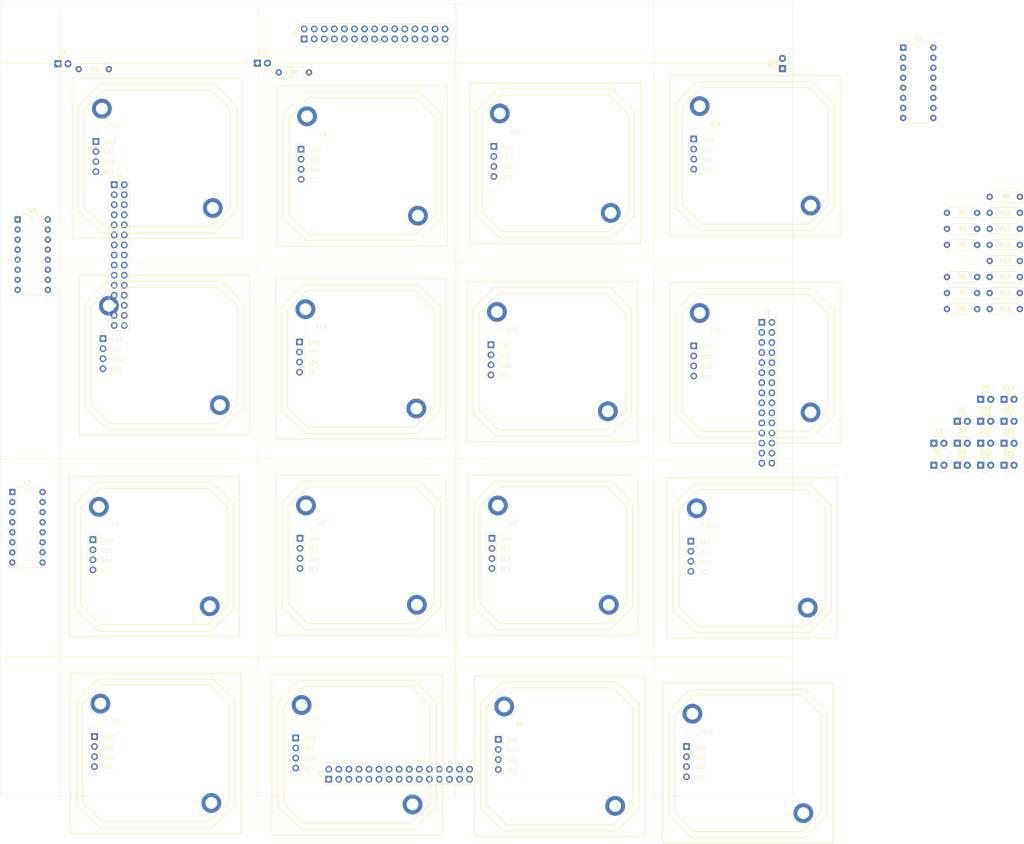
<source format=kicad_pcb>
(kicad_pcb (version 20221018) (generator pcbnew)
  (layers (0 "F.Cu" signal) (31 "B.Cu" signal) (34 "B.Paste" user) (35 "F.Paste" user) (36 "B.SilkS" user "B.Silkscreen") (37 "F.SilkS" user "F.Silkscreen") (38 "B.Mask" user) (39 "F.Mask" user) (44 "Edge.Cuts" user))
  (net 0 "")
  (net 195 "Net-(D1-A)")
  (net 197 "Net-(D2-A)")
  (net 199 "Net-(D3-A)")
  (net 201 "Net-(D4-A)")
  (net 203 "Net-(D5-A)")
  (net 205 "Net-(D6-A)")
  (net 207 "Net-(D7-A)")
  (net 209 "Net-(D8-A)")
  (net 211 "Net-(D9-A)")
  (net 213 "Net-(D10-A)")
  (net 215 "Net-(D11-A)")
  (net 217 "Net-(D12-A)")
  (net 219 "Net-(D13-A)")
  (net 221 "Net-(D14-A)")
  (net 223 "Net-(D15-A)")
  (net 225 "Net-(D16-A)")
  (net 226 "Net-(U1-QB)")
  (net 227 "Net-(U1-QC)")
  (net 228 "Net-(U1-QD)")
  (net 229 "Net-(U1-QE)")
  (net 230 "Net-(U1-QF)")
  (net 231 "Net-(U1-QG)")
  (net 232 "Net-(U1-QA)")
  (footprint "DZEM:R_Axial_DIN0207_L6.3mm_D2.5mm_P7.62mm_Horizontal" (layer "F.Cu") (at 300.55 98.6)
    (fp_text reference "R15" (at 3.97 0.05) (layer "F.SilkS"))
    (fp_text value "R")
    (pad "1" thru_hole circle (at 0 0) (size 1.6 1.6) (drill 0.8) (layers "*.Cu" "*.Mask"))
    (pad "2" thru_hole oval (at 7.62 0) (size 1.6 1.6) (drill 0.8) (layers "*.Cu" "*.Mask") (net 223 "Net-(D15-A)"))
  )
  (footprint "DZEM:R_Axial_DIN0207_L6.3mm_D2.5mm_P7.62mm_Horizontal" (layer "F.Cu") (at 289.78 86.45)
    (fp_text reference "R4" (at 3.97 0.05) (layer "F.SilkS"))
    (fp_text value "R")
    (pad "1" thru_hole circle (at 0 0) (size 1.6 1.6) (drill 0.8) (layers "*.Cu" "*.Mask"))
    (pad "2" thru_hole oval (at 7.62 0) (size 1.6 1.6) (drill 0.8) (layers "*.Cu" "*.Mask") (net 201 "Net-(D4-A)"))
  )
  (footprint "LED_THT:LED_D3.0mm" (layer "F.Cu") (at 298.28 142.09)
    (fp_text reference "D12" (at 1.27 -2.96) (layer "F.SilkS"))
    (fp_text value "LED")
    (pad "1" thru_hole rect (at 0 0) (size 1.8 1.8) (drill 0.9) (layers "*.Cu" "*.Mask"))
    (pad "2" thru_hole circle (at 2.54 0) (size 1.8 1.8) (drill 0.9) (layers "*.Cu" "*.Mask") (net 217 "Net-(D12-A)"))
  )
  (footprint "DZEM:R_Axial_DIN0207_L6.3mm_D2.5mm_P7.62mm_Horizontal" (layer "F.Cu") (at 289.78 98.6)
    (fp_text reference "R7" (at 3.97 0.05) (layer "F.SilkS"))
    (fp_text value "R")
    (pad "1" thru_hole circle (at 0 0) (size 1.6 1.6) (drill 0.8) (layers "*.Cu" "*.Mask"))
    (pad "2" thru_hole oval (at 7.62 0) (size 1.6 1.6) (drill 0.8) (layers "*.Cu" "*.Mask") (net 207 "Net-(D7-A)"))
  )
  (footprint "DZEM:R_Axial_DIN0207_L6.3mm_D2.5mm_P7.62mm_Horizontal" (layer "F.Cu") (at 289.78 102.65)
    (fp_text reference "R8" (at 3.97 0.05) (layer "F.SilkS"))
    (fp_text value "R")
    (pad "1" thru_hole circle (at 0 0) (size 1.6 1.6) (drill 0.8) (layers "*.Cu" "*.Mask"))
    (pad "2" thru_hole oval (at 7.62 0) (size 1.6 1.6) (drill 0.8) (layers "*.Cu" "*.Mask") (net 209 "Net-(D8-A)"))
  )
  (footprint "DZEM:R_Axial_DIN0207_L6.3mm_D2.5mm_P7.62mm_Horizontal" (layer "F.Cu") (at 300.55 102.65)
    (fp_text reference "R16" (at 3.97 0.05) (layer "F.SilkS"))
    (fp_text value "R")
    (pad "1" thru_hole circle (at 0 0) (size 1.6 1.6) (drill 0.8) (layers "*.Cu" "*.Mask"))
    (pad "2" thru_hole oval (at 7.62 0) (size 1.6 1.6) (drill 0.8) (layers "*.Cu" "*.Mask") (net 225 "Net-(D16-A)"))
  )
  (footprint "DZEM:R_Axial_DIN0207_L6.3mm_D2.5mm_P7.62mm_Horizontal" (layer "F.Cu") (at 289.78 78.35)
    (fp_text reference "R2" (at 3.97 0.05) (layer "F.SilkS"))
    (fp_text value "R")
    (pad "1" thru_hole circle (at 0 0) (size 1.6 1.6) (drill 0.8) (layers "*.Cu" "*.Mask"))
    (pad "2" thru_hole oval (at 7.62 0) (size 1.6 1.6) (drill 0.8) (layers "*.Cu" "*.Mask") (net 197 "Net-(D2-A)"))
  )
  (footprint "LED_THT:LED_D3.0mm" (layer "F.Cu") (at 304.18 125.44)
    (fp_text reference "D13" (at 1.27 -2.96) (layer "F.SilkS"))
    (fp_text value "LED")
    (pad "1" thru_hole rect (at 0 0) (size 1.8 1.8) (drill 0.9) (layers "*.Cu" "*.Mask"))
    (pad "2" thru_hole circle (at 2.54 0) (size 1.8 1.8) (drill 0.9) (layers "*.Cu" "*.Mask") (net 219 "Net-(D13-A)"))
  )
  (footprint "DZEM:PN532_NFC_module_v3" (layer "F.Cu") (at 120.75 46.27)
    (fp_text reference "A9" (at 11.43 12.192 unlocked) (layer "F.SilkS") (effects (font (thickness 0.1))))
    (fp_text value "~")
    (fp_text user "SCL" (at 8 24.42 unlocked) (layer "F.SilkS") (effects (font (thickness 0.1)) (justify left bottom)))
    (fp_text user "GND" (at 8 16.8 unlocked) (layer "F.SilkS") (effects (font (thickness 0.1)) (justify left bottom)))
    (fp_text user "VCC" (at 8 19.34 unlocked) (layer "F.SilkS") (effects (font (thickness 0.1)) (justify left bottom)))
    (fp_text user "SDA" (at 8 21.88 unlocked) (layer "F.SilkS") (effects (font (thickness 0.1)) (justify left bottom)))
    (pad "" thru_hole circle (at 7.5 7.7) (size 5 5) (drill 3) (layers "*.Cu" "*.Mask"))
    (pad "" thru_hole circle (at 35.5 32.8) (size 5 5) (drill 3) (layers "*.Cu" "*.Mask"))
    (pad "1" thru_hole rect (at 6 16) (size 1.7 1.7) (drill 1) (layers "*.Cu" "*.Mask"))
    (pad "2" thru_hole oval (at 6 18.54) (size 1.7 1.7) (drill 1) (layers "*.Cu" "*.Mask"))
    (pad "3" thru_hole oval (at 6 21.08) (size 1.7 1.7) (drill 1) (layers "*.Cu" "*.Mask"))
    (pad "4" thru_hole oval (at 6 23.62) (size 1.7 1.7) (drill 1) (layers "*.Cu" "*.Mask"))
  )
  (footprint "DZEM:PN532_NFC_module_v3" (layer "F.Cu") (at 68.199 144.907)
    (fp_text reference "A3" (at 11.43 12.192 unlocked) (layer "F.SilkS") (effects (font (thickness 0.1))))
    (fp_text value "~")
    (fp_text user "VCC" (at 8 19.34 unlocked) (layer "F.SilkS") (effects (font (thickness 0.1)) (justify left bottom)))
    (fp_text user "GND" (at 8 16.8 unlocked) (layer "F.SilkS") (effects (font (thickness 0.1)) (justify left bottom)))
    (fp_text user "SDA" (at 8 21.88 unlocked) (layer "F.SilkS") (effects (font (thickness 0.1)) (justify left bottom)))
    (fp_text user "SCL" (at 8 24.42 unlocked) (layer "F.SilkS") (effects (font (thickness 0.1)) (justify left bottom)))
    (pad "" thru_hole circle (at 7.5 7.7) (size 5 5) (drill 3) (layers "*.Cu" "*.Mask"))
    (pad "" thru_hole circle (at 35.5 32.8) (size 5 5) (drill 3) (layers "*.Cu" "*.Mask"))
    (pad "1" thru_hole rect (at 6 16) (size 1.7 1.7) (drill 1) (layers "*.Cu" "*.Mask"))
    (pad "2" thru_hole oval (at 6 18.54) (size 1.7 1.7) (drill 1) (layers "*.Cu" "*.Mask"))
    (pad "3" thru_hole oval (at 6 21.08) (size 1.7 1.7) (drill 1) (layers "*.Cu" "*.Mask"))
    (pad "4" thru_hole oval (at 6 23.62) (size 1.7 1.7) (drill 1) (layers "*.Cu" "*.Mask"))
  )
  (footprint "DZEM:R_Axial_DIN0207_L6.3mm_D2.5mm_P7.62mm_Horizontal" (layer "F.Cu") (at 70.61 42.04)
    (fp_text reference "R1" (at 3.97 0.05) (layer "F.SilkS"))
    (fp_text value "R")
    (pad "1" thru_hole circle (at 0 0) (size 1.6 1.6) (drill 0.8) (layers "*.Cu" "*.Mask"))
    (pad "2" thru_hole oval (at 7.62 0) (size 1.6 1.6) (drill 0.8) (layers "*.Cu" "*.Mask") (net 195 "Net-(D1-A)"))
  )
  (footprint "DZEM:PN532_NFC_module_v3" (layer "F.Cu") (at 218.027 197.157)
    (fp_text reference "A12" (at 11.43 12.192 unlocked) (layer "F.SilkS") (effects (font (thickness 0.1))))
    (fp_text value "~")
    (fp_text user "GND" (at 8 16.8 unlocked) (layer "F.SilkS") (effects (font (thickness 0.1)) (justify left bottom)))
    (fp_text user "SCL" (at 8 24.42 unlocked) (layer "F.SilkS") (effects (font (thickness 0.1)) (justify left bottom)))
    (fp_text user "VCC" (at 8 19.34 unlocked) (layer "F.SilkS") (effects (font (thickness 0.1)) (justify left bottom)))
    (fp_text user "SDA" (at 8 21.88 unlocked) (layer "F.SilkS") (effects (font (thickness 0.1)) (justify left bottom)))
    (pad "" thru_hole circle (at 7.5 7.7) (size 5 5) (drill 3) (layers "*.Cu" "*.Mask"))
    (pad "" thru_hole circle (at 35.5 32.8) (size 5 5) (drill 3) (layers "*.Cu" "*.Mask"))
    (pad "1" thru_hole rect (at 6 16) (size 1.7 1.7) (drill 1) (layers "*.Cu" "*.Mask"))
    (pad "2" thru_hole oval (at 6 18.54) (size 1.7 1.7) (drill 1) (layers "*.Cu" "*.Mask"))
    (pad "3" thru_hole oval (at 6 21.08) (size 1.7 1.7) (drill 1) (layers "*.Cu" "*.Mask"))
    (pad "4" thru_hole oval (at 6 23.62) (size 1.7 1.7) (drill 1) (layers "*.Cu" "*.Mask"))
  )
  (footprint "DZEM:PN532_NFC_module_v3" (layer "F.Cu") (at 168.917 144.557)
    (fp_text reference "A5" (at 11.43 12.192 unlocked) (layer "F.SilkS") (effects (font (thickness 0.1))))
    (fp_text value "~")
    (fp_text user "VCC" (at 8 19.34 unlocked) (layer "F.SilkS") (effects (font (thickness 0.1)) (justify left bottom)))
    (fp_text user "SCL" (at 8 24.42 unlocked) (layer "F.SilkS") (effects (font (thickness 0.1)) (justify left bottom)))
    (fp_text user "GND" (at 8 16.8 unlocked) (layer "F.SilkS") (effects (font (thickness 0.1)) (justify left bottom)))
    (fp_text user "SDA" (at 8 21.88 unlocked) (layer "F.SilkS") (effects (font (thickness 0.1)) (justify left bottom)))
    (pad "" thru_hole circle (at 7.5 7.7) (size 5 5) (drill 3) (layers "*.Cu" "*.Mask"))
    (pad "" thru_hole circle (at 35.5 32.8) (size 5 5) (drill 3) (layers "*.Cu" "*.Mask"))
    (pad "1" thru_hole rect (at 6 16) (size 1.7 1.7) (drill 1) (layers "*.Cu" "*.Mask"))
    (pad "2" thru_hole oval (at 6 18.54) (size 1.7 1.7) (drill 1) (layers "*.Cu" "*.Mask"))
    (pad "3" thru_hole oval (at 6 21.08) (size 1.7 1.7) (drill 1) (layers "*.Cu" "*.Mask"))
    (pad "4" thru_hole oval (at 6 23.62) (size 1.7 1.7) (drill 1) (layers "*.Cu" "*.Mask"))
  )
  (footprint "DZEM:R_Axial_DIN0207_L6.3mm_D2.5mm_P7.62mm_Horizontal" (layer "F.Cu") (at 300.55 74.3)
    (fp_text reference "R9" (at 3.97 0.05) (layer "F.SilkS"))
    (fp_text value "R")
    (pad "1" thru_hole circle (at 0 0) (size 1.6 1.6) (drill 0.8) (layers "*.Cu" "*.Mask"))
    (pad "2" thru_hole oval (at 7.62 0) (size 1.6 1.6) (drill 0.8) (layers "*.Cu" "*.Mask") (net 211 "Net-(D9-A)"))
  )
  (footprint "LED_THT:LED_D3.0mm" (layer "F.Cu") (at 292.38 136.54)
    (fp_text reference "D7" (at 1.27 -2.96) (layer "F.SilkS"))
    (fp_text value "LED")
    (pad "1" thru_hole rect (at 0 0) (size 1.8 1.8) (drill 0.9) (layers "*.Cu" "*.Mask"))
    (pad "2" thru_hole circle (at 2.54 0) (size 1.8 1.8) (drill 0.9) (layers "*.Cu" "*.Mask") (net 207 "Net-(D7-A)"))
  )
  (footprint "LED_THT:LED_D3.0mm" (layer "F.Cu") (at 286.48 142.09)
    (fp_text reference "D4" (at 1.27 -2.96) (layer "F.SilkS"))
    (fp_text value "LED")
    (pad "1" thru_hole rect (at 0 0) (size 1.8 1.8) (drill 0.9) (layers "*.Cu" "*.Mask"))
    (pad "2" thru_hole circle (at 2.54 0) (size 1.8 1.8) (drill 0.9) (layers "*.Cu" "*.Mask") (net 201 "Net-(D4-A)"))
  )
  (footprint "DZEM:R_Axial_DIN0207_L6.3mm_D2.5mm_P7.62mm_Horizontal" (layer "F.Cu") (at 300.55 78.35)
    (fp_text reference "R10" (at 3.97 0.05) (layer "F.SilkS"))
    (fp_text value "R")
    (pad "1" thru_hole circle (at 0 0) (size 1.6 1.6) (drill 0.8) (layers "*.Cu" "*.Mask"))
    (pad "2" thru_hole oval (at 7.62 0) (size 1.6 1.6) (drill 0.8) (layers "*.Cu" "*.Mask") (net 213 "Net-(D10-A)"))
  )
  (footprint "LED_THT:LED_D3.0mm" (layer "F.Cu") (at 248.26 41.9 90)
    (fp_text reference "D2" (at 1.27 -2.96 90) (layer "F.SilkS"))
    (fp_text value "LED")
    (pad "1" thru_hole rect (at 0 0 90) (size 1.8 1.8) (drill 0.9) (layers "*.Cu" "*.Mask"))
    (pad "2" thru_hole circle (at 2.54 0 90) (size 1.8 1.8) (drill 0.9) (layers "*.Cu" "*.Mask") (net 197 "Net-(D2-A)"))
  )
  (footprint "DZEM:PN532_NFC_module_v3" (layer "F.Cu") (at 219.857 43.707)
    (fp_text reference "A13" (at 11.43 12.192 unlocked) (layer "F.SilkS") (effects (font (thickness 0.1))))
    (fp_text value "~")
    (fp_text user "SCL" (at 8 24.42 unlocked) (layer "F.SilkS") (effects (font (thickness 0.1)) (justify left bottom)))
    (fp_text user "GND" (at 8 16.8 unlocked) (layer "F.SilkS") (effects (font (thickness 0.1)) (justify left bottom)))
    (fp_text user "SDA" (at 8 21.88 unlocked) (layer "F.SilkS") (effects (font (thickness 0.1)) (justify left bottom)))
    (fp_text user "VCC" (at 8 19.34 unlocked) (layer "F.SilkS") (effects (font (thickness 0.1)) (justify left bottom)))
    (pad "" thru_hole circle (at 7.5 7.7) (size 5 5) (drill 3) (layers "*.Cu" "*.Mask"))
    (pad "" thru_hole circle (at 35.5 32.8) (size 5 5) (drill 3) (layers "*.Cu" "*.Mask"))
    (pad "1" thru_hole rect (at 6 16) (size 1.7 1.7) (drill 1) (layers "*.Cu" "*.Mask"))
    (pad "2" thru_hole oval (at 6 18.54) (size 1.7 1.7) (drill 1) (layers "*.Cu" "*.Mask"))
    (pad "3" thru_hole oval (at 6 21.08) (size 1.7 1.7) (drill 1) (layers "*.Cu" "*.Mask"))
    (pad "4" thru_hole oval (at 6 23.62) (size 1.7 1.7) (drill 1) (layers "*.Cu" "*.Mask"))
  )
  (footprint "DZEM:PN532_NFC_module_v3" (layer "F.Cu") (at 219.127 145.277)
    (fp_text reference "A11" (at 11.43 12.192 unlocked) (layer "F.SilkS") (effects (font (thickness 0.1))))
    (fp_text value "~")
    (fp_text user "SCL" (at 8 24.42 unlocked) (layer "F.SilkS") (effects (font (thickness 0.1)) (justify left bottom)))
    (fp_text user "VCC" (at 8 19.34 unlocked) (layer "F.SilkS") (effects (font (thickness 0.1)) (justify left bottom)))
    (fp_text user "SDA" (at 8 21.88 unlocked) (layer "F.SilkS") (effects (font (thickness 0.1)) (justify left bottom)))
    (fp_text user "GND" (at 8 16.8 unlocked) (layer "F.SilkS") (effects (font (thickness 0.1)) (justify left bottom)))
    (pad "" thru_hole circle (at 7.5 7.7) (size 5 5) (drill 3) (layers "*.Cu" "*.Mask"))
    (pad "" thru_hole circle (at 35.5 32.8) (size 5 5) (drill 3) (layers "*.Cu" "*.Mask"))
    (pad "1" thru_hole rect (at 6 16) (size 1.7 1.7) (drill 1) (layers "*.Cu" "*.Mask"))
    (pad "2" thru_hole oval (at 6 18.54) (size 1.7 1.7) (drill 1) (layers "*.Cu" "*.Mask"))
    (pad "3" thru_hole oval (at 6 21.08) (size 1.7 1.7) (drill 1) (layers "*.Cu" "*.Mask"))
    (pad "4" thru_hole oval (at 6 23.62) (size 1.7 1.7) (drill 1) (layers "*.Cu" "*.Mask"))
  )
  (footprint "LED_THT:LED_D3.0mm" (layer "F.Cu") (at 292.38 142.09)
    (fp_text reference "D8" (at 1.27 -2.96) (layer "F.SilkS"))
    (fp_text value "LED")
    (pad "1" thru_hole rect (at 0 0) (size 1.8 1.8) (drill 0.9) (layers "*.Cu" "*.Mask"))
    (pad "2" thru_hole circle (at 2.54 0) (size 1.8 1.8) (drill 0.9) (layers "*.Cu" "*.Mask") (net 209 "Net-(D8-A)"))
  )
  (footprint "DZEM:R_Axial_DIN0207_L6.3mm_D2.5mm_P7.62mm_Horizontal" (layer "F.Cu") (at 289.78 82.4)
    (fp_text reference "R3" (at 3.97 0.05) (layer "F.SilkS"))
    (fp_text value "R")
    (pad "1" thru_hole circle (at 0 0) (size 1.6 1.6) (drill 0.8) (layers "*.Cu" "*.Mask"))
    (pad "2" thru_hole oval (at 7.62 0) (size 1.6 1.6) (drill 0.8) (layers "*.Cu" "*.Mask") (net 199 "Net-(D3-A)"))
  )
  (footprint "LED_THT:LED_D3.0mm" (layer "F.Cu") (at 298.28 136.54)
    (fp_text reference "D11" (at 1.27 -2.96) (layer "F.SilkS"))
    (fp_text value "LED")
    (pad "1" thru_hole rect (at 0 0) (size 1.8 1.8) (drill 0.9) (layers "*.Cu" "*.Mask"))
    (pad "2" thru_hole circle (at 2.54 0) (size 1.8 1.8) (drill 0.9) (layers "*.Cu" "*.Mask") (net 215 "Net-(D11-A)"))
  )
  (footprint "LED_THT:LED_D3.0mm" (layer "F.Cu") (at 292.38 130.99)
    (fp_text reference "D6" (at 1.27 -2.96) (layer "F.SilkS"))
    (fp_text value "LED")
    (pad "1" thru_hole rect (at 0 0) (size 1.8 1.8) (drill 0.9) (layers "*.Cu" "*.Mask"))
    (pad "2" thru_hole circle (at 2.54 0) (size 1.8 1.8) (drill 0.9) (layers "*.Cu" "*.Mask") (net 205 "Net-(D6-A)"))
  )
  (footprint "DZEM:R_Axial_DIN0207_L6.3mm_D2.5mm_P7.62mm_Horizontal" (layer "F.Cu") (at 300.55 86.45)
    (fp_text reference "R12" (at 3.97 0.05) (layer "F.SilkS"))
    (fp_text value "R")
    (pad "1" thru_hole circle (at 0 0) (size 1.6 1.6) (drill 0.8) (layers "*.Cu" "*.Mask"))
    (pad "2" thru_hole oval (at 7.62 0) (size 1.6 1.6) (drill 0.8) (layers "*.Cu" "*.Mask") (net 217 "Net-(D12-A)"))
  )
  (footprint "LED_THT:LED_D3.0mm" (layer "F.Cu") (at 298.28 125.44)
    (fp_text reference "D9" (at 1.27 -2.96) (layer "F.SilkS"))
    (fp_text value "LED")
    (pad "1" thru_hole rect (at 0 0) (size 1.8 1.8) (drill 0.9) (layers "*.Cu" "*.Mask"))
    (pad "2" thru_hole circle (at 2.54 0) (size 1.8 1.8) (drill 0.9) (layers "*.Cu" "*.Mask") (net 211 "Net-(D9-A)"))
  )
  (footprint "DZEM:PN532_NFC_module_v3" (layer "F.Cu") (at 119.387 194.957)
    (fp_text reference "A4" (at 11.43 12.192 unlocked) (layer "F.SilkS") (effects (font (thickness 0.1))))
    (fp_text value "~")
    (fp_text user "SDA" (at 8 21.88 unlocked) (layer "F.SilkS") (effects (font (thickness 0.1)) (justify left bottom)))
    (fp_text user "GND" (at 8 16.8 unlocked) (layer "F.SilkS") (effects (font (thickness 0.1)) (justify left bottom)))
    (fp_text user "SCL" (at 8 24.42 unlocked) (layer "F.SilkS") (effects (font (thickness 0.1)) (justify left bottom)))
    (fp_text user "VCC" (at 8 19.34 unlocked) (layer "F.SilkS") (effects (font (thickness 0.1)) (justify left bottom)))
    (pad "" thru_hole circle (at 7.5 7.7) (size 5 5) (drill 3) (layers "*.Cu" "*.Mask"))
    (pad "" thru_hole circle (at 35.5 32.8) (size 5 5) (drill 3) (layers "*.Cu" "*.Mask"))
    (pad "1" thru_hole rect (at 6 16) (size 1.7 1.7) (drill 1) (layers "*.Cu" "*.Mask"))
    (pad "2" thru_hole oval (at 6 18.54) (size 1.7 1.7) (drill 1) (layers "*.Cu" "*.Mask"))
    (pad "3" thru_hole oval (at 6 21.08) (size 1.7 1.7) (drill 1) (layers "*.Cu" "*.Mask"))
    (pad "4" thru_hole oval (at 6 23.62) (size 1.7 1.7) (drill 1) (layers "*.Cu" "*.Mask"))
  )
  (footprint "DZEM:R_Axial_DIN0207_L6.3mm_D2.5mm_P7.62mm_Horizontal" (layer "F.Cu") (at 300.55 82.4)
    (fp_text reference "R11" (at 3.97 0.05) (layer "F.SilkS"))
    (fp_text value "R")
    (pad "1" thru_hole circle (at 0 0) (size 1.6 1.6) (drill 0.8) (layers "*.Cu" "*.Mask"))
    (pad "2" thru_hole oval (at 7.62 0) (size 1.6 1.6) (drill 0.8) (layers "*.Cu" "*.Mask") (net 215 "Net-(D11-A)"))
  )
  (footprint "DZEM:R_Axial_DIN0207_L6.3mm_D2.5mm_P7.62mm_Horizontal" (layer "F.Cu") (at 289.78 94.55)
    (fp_text reference "R6" (at 3.97 0.05) (layer "F.SilkS"))
    (fp_text value "R")
    (pad "1" thru_hole circle (at 0 0) (size 1.6 1.6) (drill 0.8) (layers "*.Cu" "*.Mask"))
    (pad "2" thru_hole oval (at 7.62 0) (size 1.6 1.6) (drill 0.8) (layers "*.Cu" "*.Mask") (net 205 "Net-(D6-A)"))
  )
  (footprint "LED_THT:LED_D3.0mm" (layer "F.Cu") (at 304.18 136.54)
    (fp_text reference "D15" (at 1.27 -2.96) (layer "F.SilkS"))
    (fp_text value "LED")
    (pad "1" thru_hole rect (at 0 0) (size 1.8 1.8) (drill 0.9) (layers "*.Cu" "*.Mask"))
    (pad "2" thru_hole circle (at 2.54 0) (size 1.8 1.8) (drill 0.9) (layers "*.Cu" "*.Mask") (net 223 "Net-(D15-A)"))
  )
  (footprint "DZEM:R_Axial_DIN0207_L6.3mm_D2.5mm_P7.62mm_Horizontal" (layer "F.Cu") (at 121.13 42.88)
    (fp_text reference "R5" (at 3.97 0.05) (layer "F.SilkS"))
    (fp_text value "R")
    (pad "1" thru_hole circle (at 0 0) (size 1.6 1.6) (drill 0.8) (layers "*.Cu" "*.Mask"))
    (pad "2" thru_hole oval (at 7.62 0) (size 1.6 1.6) (drill 0.8) (layers "*.Cu" "*.Mask") (net 203 "Net-(D5-A)"))
  )
  (footprint "LED_THT:LED_D3.0mm" (layer "F.Cu") (at 298.28 130.99)
    (fp_text reference "D10" (at 1.27 -2.96) (layer "F.SilkS"))
    (fp_text value "LED")
    (pad "1" thru_hole rect (at 0 0) (size 1.8 1.8) (drill 0.9) (layers "*.Cu" "*.Mask"))
    (pad "2" thru_hole circle (at 2.54 0) (size 1.8 1.8) (drill 0.9) (layers "*.Cu" "*.Mask") (net 213 "Net-(D10-A)"))
  )
  (footprint "Package_DIP:DIP-16_W7.62mm" (layer "F.Cu") (at 55.2 80.02)
    (fp_text reference "U1" (at 3.81 -2.33) (layer "F.SilkS"))
    (fp_text value "74AHC595")
    (pad "1" thru_hole rect (at 0 0) (size 1.6 1.6) (drill 0.8) (layers "*.Cu" "*.Mask") (net 226 "Net-(U1-QB)"))
    (pad "2" thru_hole oval (at 0 2.54) (size 1.6 1.6) (drill 0.8) (layers "*.Cu" "*.Mask") (net 227 "Net-(U1-QC)"))
    (pad "3" thru_hole oval (at 0 5.08) (size 1.6 1.6) (drill 0.8) (layers "*.Cu" "*.Mask") (net 228 "Net-(U1-QD)"))
    (pad "4" thru_hole oval (at 0 7.62) (size 1.6 1.6) (drill 0.8) (layers "*.Cu" "*.Mask") (net 229 "Net-(U1-QE)"))
    (pad "5" thru_hole oval (at 0 10.16) (size 1.6 1.6) (drill 0.8) (layers "*.Cu" "*.Mask") (net 230 "Net-(U1-QF)"))
    (pad "6" thru_hole oval (at 0 12.7) (size 1.6 1.6) (drill 0.8) (layers "*.Cu" "*.Mask") (net 231 "Net-(U1-QG)"))
    (pad "7" thru_hole oval (at 0 15.24) (size 1.6 1.6) (drill 0.8) (layers "*.Cu" "*.Mask"))
    (pad "8" thru_hole oval (at 0 17.78) (size 1.6 1.6) (drill 0.8) (layers "*.Cu" "*.Mask"))
    (pad "9" thru_hole oval (at 7.62 17.78) (size 1.6 1.6) (drill 0.8) (layers "*.Cu" "*.Mask"))
    (pad "10" thru_hole oval (at 7.62 15.24) (size 1.6 1.6) (drill 0.8) (layers "*.Cu" "*.Mask"))
    (pad "11" thru_hole oval (at 7.62 12.7) (size 1.6 1.6) (drill 0.8) (layers "*.Cu" "*.Mask"))
    (pad "12" thru_hole oval (at 7.62 10.16) (size 1.6 1.6) (drill 0.8) (layers "*.Cu" "*.Mask"))
    (pad "13" thru_hole oval (at 7.62 7.62) (size 1.6 1.6) (drill 0.8) (layers "*.Cu" "*.Mask"))
    (pad "14" thru_hole oval (at 7.62 5.08) (size 1.6 1.6) (drill 0.8) (layers "*.Cu" "*.Mask"))
    (pad "15" thru_hole oval (at 7.62 2.54) (size 1.6 1.6) (drill 0.8) (layers "*.Cu" "*.Mask") (net 232 "Net-(U1-QA)"))
    (pad "16" thru_hole oval (at 7.62 0) (size 1.6 1.6) (drill 0.8) (layers "*.Cu" "*.Mask"))
  )
  (footprint "DZEM:PN532_NFC_module_v3" (layer "F.Cu") (at 68.597 194.597)
    (fp_text reference "A2" (at 11.43 12.192 unlocked) (layer "F.SilkS") (effects (font (thickness 0.1))))
    (fp_text value "~")
    (fp_text user "GND" (at 8 16.8 unlocked) (layer "F.SilkS") (effects (font (thickness 0.1)) (justify left bottom)))
    (fp_text user "SDA" (at 8 21.88 unlocked) (layer "F.SilkS") (effects (font (thickness 0.1)) (justify left bottom)))
    (fp_text user "VCC" (at 8 19.34 unlocked) (layer "F.SilkS") (effects (font (thickness 0.1)) (justify left bottom)))
    (fp_text user "SCL" (at 8 24.42 unlocked) (layer "F.SilkS") (effects (font (thickness 0.1)) (justify left bottom)))
    (pad "" thru_hole circle (at 7.5 7.7) (size 5 5) (drill 3) (layers "*.Cu" "*.Mask"))
    (pad "" thru_hole circle (at 35.5 32.8) (size 5 5) (drill 3) (layers "*.Cu" "*.Mask"))
    (pad "1" thru_hole rect (at 6 16) (size 1.7 1.7) (drill 1) (layers "*.Cu" "*.Mask"))
    (pad "2" thru_hole oval (at 6 18.54) (size 1.7 1.7) (drill 1) (layers "*.Cu" "*.Mask"))
    (pad "3" thru_hole oval (at 6 21.08) (size 1.7 1.7) (drill 1) (layers "*.Cu" "*.Mask"))
    (pad "4" thru_hole oval (at 6 23.62) (size 1.7 1.7) (drill 1) (layers "*.Cu" "*.Mask"))
  )
  (footprint "DZEM:PN532_NFC_module_v3" (layer "F.Cu") (at 120.34 94.97)
    (fp_text reference "A14" (at 11.43 12.192 unlocked) (layer "F.SilkS") (effects (font (thickness 0.1))))
    (fp_text value "~")
    (fp_text user "SCL" (at 8 24.42 unlocked) (layer "F.SilkS") (effects (font (thickness 0.1)) (justify left bottom)))
    (fp_text user "GND" (at 8 16.8 unlocked) (layer "F.SilkS") (effects (font (thickness 0.1)) (justify left bottom)))
    (fp_text user "SDA" (at 8 21.88 unlocked) (layer "F.SilkS") (effects (font (thickness 0.1)) (justify left bottom)))
    (fp_text user "VCC" (at 8 19.34 unlocked) (layer "F.SilkS") (effects (font (thickness 0.1)) (justify left bottom)))
    (pad "" thru_hole circle (at 7.5 7.7) (size 5 5) (drill 3) (layers "*.Cu" "*.Mask"))
    (pad "" thru_hole circle (at 35.5 32.8) (size 5 5) (drill 3) (layers "*.Cu" "*.Mask"))
    (pad "1" thru_hole rect (at 6 16) (size 1.7 1.7) (drill 1) (layers "*.Cu" "*.Mask"))
    (pad "2" thru_hole oval (at 6 18.54) (size 1.7 1.7) (drill 1) (layers "*.Cu" "*.Mask"))
    (pad "3" thru_hole oval (at 6 21.08) (size 1.7 1.7) (drill 1) (layers "*.Cu" "*.Mask"))
    (pad "4" thru_hole oval (at 6 23.62) (size 1.7 1.7) (drill 1) (layers "*.Cu" "*.Mask"))
  )
  (footprint "DZEM:PN532_NFC_module_v3" (layer "F.Cu") (at 170.527 195.327)
    (fp_text reference "A8" (at 11.43 12.192 unlocked) (layer "F.SilkS") (effects (font (thickness 0.1))))
    (fp_text value "~")
    (fp_text user "SDA" (at 8 21.88 unlocked) (layer "F.SilkS") (effects (font (thickness 0.1)) (justify left bottom)))
    (fp_text user "GND" (at 8 16.8 unlocked) (layer "F.SilkS") (effects (font (thickness 0.1)) (justify left bottom)))
    (fp_text user "VCC" (at 8 19.34 unlocked) (layer "F.SilkS") (effects (font (thickness 0.1)) (justify left bottom)))
    (fp_text user "SCL" (at 8 24.42 unlocked) (layer "F.SilkS") (effects (font (thickness 0.1)) (justify left bottom)))
    (pad "" thru_hole circle (at 7.5 7.7) (size 5 5) (drill 3) (layers "*.Cu" "*.Mask"))
    (pad "" thru_hole circle (at 35.5 32.8) (size 5 5) (drill 3) (layers "*.Cu" "*.Mask"))
    (pad "1" thru_hole rect (at 6 16) (size 1.7 1.7) (drill 1) (layers "*.Cu" "*.Mask"))
    (pad "2" thru_hole oval (at 6 18.54) (size 1.7 1.7) (drill 1) (layers "*.Cu" "*.Mask"))
    (pad "3" thru_hole oval (at 6 21.08) (size 1.7 1.7) (drill 1) (layers "*.Cu" "*.Mask"))
    (pad "4" thru_hole oval (at 6 23.62) (size 1.7 1.7) (drill 1) (layers "*.Cu" "*.Mask"))
  )
  (footprint "LED_THT:LED_D3.0mm" (layer "F.Cu") (at 286.48 136.54)
    (fp_text reference "D3" (at 1.27 -2.96) (layer "F.SilkS"))
    (fp_text value "LED")
    (pad "1" thru_hole rect (at 0 0) (size 1.8 1.8) (drill 0.9) (layers "*.Cu" "*.Mask"))
    (pad "2" thru_hole circle (at 2.54 0) (size 1.8 1.8) (drill 0.9) (layers "*.Cu" "*.Mask") (net 199 "Net-(D3-A)"))
  )
  (footprint "DZEM:PN532_NFC_module_v3" (layer "F.Cu") (at 168.677 95.667)
    (fp_text reference "A16" (at 11.43 12.192 unlocked) (layer "F.SilkS") (effects (font (thickness 0.1))))
    (fp_text value "~")
    (fp_text user "VCC" (at 8 19.34 unlocked) (layer "F.SilkS") (effects (font (thickness 0.1)) (justify left bottom)))
    (fp_text user "SDA" (at 8 21.88 unlocked) (layer "F.SilkS") (effects (font (thickness 0.1)) (justify left bottom)))
    (fp_text user "SCL" (at 8 24.42 unlocked) (layer "F.SilkS") (effects (font (thickness 0.1)) (justify left bottom)))
    (fp_text user "GND" (at 8 16.8 unlocked) (layer "F.SilkS") (effects (font (thickness 0.1)) (justify left bottom)))
    (pad "" thru_hole circle (at 7.5 7.7) (size 5 5) (drill 3) (layers "*.Cu" "*.Mask"))
    (pad "" thru_hole circle (at 35.5 32.8) (size 5 5) (drill 3) (layers "*.Cu" "*.Mask"))
    (pad "1" thru_hole rect (at 6 16) (size 1.7 1.7) (drill 1) (layers "*.Cu" "*.Mask"))
    (pad "2" thru_hole oval (at 6 18.54) (size 1.7 1.7) (drill 1) (layers "*.Cu" "*.Mask"))
    (pad "3" thru_hole oval (at 6 21.08) (size 1.7 1.7) (drill 1) (layers "*.Cu" "*.Mask"))
    (pad "4" thru_hole oval (at 6 23.62) (size 1.7 1.7) (drill 1) (layers "*.Cu" "*.Mask"))
  )
  (footprint "Connector_PinHeader_2.54mm:PinHeader_2x15_P2.54mm_Vertical" (layer "F.Cu") (at 133.72 221.4 90)
    (fp_text reference "J4" (at 1.27 -2.33 90) (layer "F.SilkS"))
    (fp_text value "Conn_02x15_Odd_Even")
    (pad "1" thru_hole rect (at 0 0 90) (size 1.7 1.7) (drill 1) (layers "*.Cu" "*.Mask"))
    (pad "2" thru_hole oval (at 2.54 0 90) (size 1.7 1.7) (drill 1) (layers "*.Cu" "*.Mask"))
    (pad "3" thru_hole oval (at 0 2.54 90) (size 1.7 1.7) (drill 1) (layers "*.Cu" "*.Mask"))
    (pad "4" thru_hole oval (at 2.54 2.54 90) (size 1.7 1.7) (drill 1) (layers "*.Cu" "*.Mask"))
    (pad "5" thru_hole oval (at 0 5.08 90) (size 1.7 1.7) (drill 1) (layers "*.Cu" "*.Mask"))
    (pad "6" thru_hole oval (at 2.54 5.08 90) (size 1.7 1.7) (drill 1) (layers "*.Cu" "*.Mask"))
    (pad "7" thru_hole oval (at 0 7.62 90) (size 1.7 1.7) (drill 1) (layers "*.Cu" "*.Mask"))
    (pad "8" thru_hole oval (at 2.54 7.62 90) (size 1.7 1.7) (drill 1) (layers "*.Cu" "*.Mask"))
    (pad "9" thru_hole oval (at 0 10.16 90) (size 1.7 1.7) (drill 1) (layers "*.Cu" "*.Mask"))
    (pad "10" thru_hole oval (at 2.54 10.16 90) (size 1.7 1.7) (drill 1) (layers "*.Cu" "*.Mask"))
    (pad "11" thru_hole oval (at 0 12.7 90) (size 1.7 1.7) (drill 1) (layers "*.Cu" "*.Mask"))
    (pad "12" thru_hole oval (at 2.54 12.7 90) (size 1.7 1.7) (drill 1) (layers "*.Cu" "*.Mask"))
    (pad "13" thru_hole oval (at 0 15.24 90) (size 1.7 1.7) (drill 1) (layers "*.Cu" "*.Mask"))
    (pad "14" thru_hole oval (at 2.54 15.24 90) (size 1.7 1.7) (drill 1) (layers "*.Cu" "*.Mask"))
    (pad "15" thru_hole oval (at 0 17.78 90) (size 1.7 1.7) (drill 1) (layers "*.Cu" "*.Mask"))
    (pad "16" thru_hole oval (at 2.54 17.78 90) (size 1.7 1.7) (drill 1) (layers "*.Cu" "*.Mask"))
    (pad "17" thru_hole oval (at 0 20.32 90) (size 1.7 1.7) (drill 1) (layers "*.Cu" "*.Mask"))
    (pad "18" thru_hole oval (at 2.54 20.32 90) (size 1.7 1.7) (drill 1) (layers "*.Cu" "*.Mask"))
    (pad "19" thru_hole oval (at 0 22.86 90) (size 1.7 1.7) (drill 1) (layers "*.Cu" "*.Mask"))
    (pad "20" thru_hole oval (at 2.54 22.86 90) (size 1.7 1.7) (drill 1) (layers "*.Cu" "*.Mask"))
    (pad "21" thru_hole oval (at 0 25.4 90) (size 1.7 1.7) (drill 1) (layers "*.Cu" "*.Mask"))
    (pad "22" thru_hole oval (at 2.54 25.4 90) (size 1.7 1.7) (drill 1) (layers "*.Cu" "*.Mask"))
    (pad "23" thru_hole oval (at 0 27.94 90) (size 1.7 1.7) (drill 1) (layers "*.Cu" "*.Mask"))
    (pad "24" thru_hole oval (at 2.54 27.94 90) (size 1.7 1.7) (drill 1) (layers "*.Cu" "*.Mask"))
    (pad "25" thru_hole oval (at 0 30.48 90) (size 1.7 1.7) (drill 1) (layers "*.Cu" "*.Mask"))
    (pad "26" thru_hole oval (at 2.54 30.48 90) (size 1.7 1.7) (drill 1) (layers "*.Cu" "*.Mask"))
    (pad "27" thru_hole oval (at 0 33.02 90) (size 1.7 1.7) (drill 1) (layers "*.Cu" "*.Mask"))
    (pad "28" thru_hole oval (at 2.54 33.02 90) (size 1.7 1.7) (drill 1) (layers "*.Cu" "*.Mask"))
    (pad "29" thru_hole oval (at 0 35.56 90) (size 1.7 1.7) (drill 1) (layers "*.Cu" "*.Mask"))
    (pad "30" thru_hole oval (at 2.54 35.56 90) (size 1.7 1.7) (drill 1) (layers "*.Cu" "*.Mask"))
  )
  (footprint "Connector_PinHeader_2.54mm:PinHeader_2x15_P2.54mm_Vertical" (layer "F.Cu") (at 243.035 106.015)
    (fp_text reference "J3" (at 1.27 -2.33) (layer "F.SilkS"))
    (fp_text value "Conn_02x15_Odd_Even")
    (pad "1" thru_hole rect (at 0 0) (size 1.7 1.7) (drill 1) (layers "*.Cu" "*.Mask"))
    (pad "2" thru_hole oval (at 2.54 0) (size 1.7 1.7) (drill 1) (layers "*.Cu" "*.Mask"))
    (pad "3" thru_hole oval (at 0 2.54) (size 1.7 1.7) (drill 1) (layers "*.Cu" "*.Mask"))
    (pad "4" thru_hole oval (at 2.54 2.54) (size 1.7 1.7) (drill 1) (layers "*.Cu" "*.Mask"))
    (pad "5" thru_hole oval (at 0 5.08) (size 1.7 1.7) (drill 1) (layers "*.Cu" "*.Mask"))
    (pad "6" thru_hole oval (at 2.54 5.08) (size 1.7 1.7) (drill 1) (layers "*.Cu" "*.Mask"))
    (pad "7" thru_hole oval (at 0 7.62) (size 1.7 1.7) (drill 1) (layers "*.Cu" "*.Mask"))
    (pad "8" thru_hole oval (at 2.54 7.62) (size 1.7 1.7) (drill 1) (layers "*.Cu" "*.Mask"))
    (pad "9" thru_hole oval (at 0 10.16) (size 1.7 1.7) (drill 1) (layers "*.Cu" "*.Mask"))
    (pad "10" thru_hole oval (at 2.54 10.16) (size 1.7 1.7) (drill 1) (layers "*.Cu" "*.Mask"))
    (pad "11" thru_hole oval (at 0 12.7) (size 1.7 1.7) (drill 1) (layers "*.Cu" "*.Mask"))
    (pad "12" thru_hole oval (at 2.54 12.7) (size 1.7 1.7) (drill 1) (layers "*.Cu" "*.Mask"))
    (pad "13" thru_hole oval (at 0 15.24) (size 1.7 1.7) (drill 1) (layers "*.Cu" "*.Mask"))
    (pad "14" thru_hole oval (at 2.54 15.24) (size 1.7 1.7) (drill 1) (layers "*.Cu" "*.Mask"))
    (pad "15" thru_hole oval (at 0 17.78) (size 1.7 1.7) (drill 1) (layers "*.Cu" "*.Mask"))
    (pad "16" thru_hole oval (at 2.54 17.78) (size 1.7 1.7) (drill 1) (layers "*.Cu" "*.Mask"))
    (pad "17" thru_hole oval (at 0 20.32) (size 1.7 1.7) (drill 1) (layers "*.Cu" "*.Mask"))
    (pad "18" thru_hole oval (at 2.54 20.32) (size 1.7 1.7) (drill 1) (layers "*.Cu" "*.Mask"))
    (pad "19" thru_hole oval (at 0 22.86) (size 1.7 1.7) (drill 1) (layers "*.Cu" "*.Mask"))
    (pad "20" thru_hole oval (at 2.54 22.86) (size 1.7 1.7) (drill 1) (layers "*.Cu" "*.Mask"))
    (pad "21" thru_hole oval (at 0 25.4) (size 1.7 1.7) (drill 1) (layers "*.Cu" "*.Mask"))
    (pad "22" thru_hole oval (at 2.54 25.4) (size 1.7 1.7) (drill 1) (layers "*.Cu" "*.Mask"))
    (pad "23" thru_hole oval (at 0 27.94) (size 1.7 1.7) (drill 1) (layers "*.Cu" "*.Mask"))
    (pad "24" thru_hole oval (at 2.54 27.94) (size 1.7 1.7) (drill 1) (layers "*.Cu" "*.Mask"))
    (pad "25" thru_hole oval (at 0 30.48) (size 1.7 1.7) (drill 1) (layers "*.Cu" "*.Mask"))
    (pad "26" thru_hole oval (at 2.54 30.48) (size 1.7 1.7) (drill 1) (layers "*.Cu" "*.Mask"))
    (pad "27" thru_hole oval (at 0 33.02) (size 1.7 1.7) (drill 1) (layers "*.Cu" "*.Mask"))
    (pad "28" thru_hole oval (at 2.54 33.02) (size 1.7 1.7) (drill 1) (layers "*.Cu" "*.Mask"))
    (pad "29" thru_hole oval (at 0 35.56) (size 1.7 1.7) (drill 1) (layers "*.Cu" "*.Mask"))
    (pad "30" thru_hole oval (at 2.54 35.56) (size 1.7 1.7) (drill 1) (layers "*.Cu" "*.Mask"))
  )
  (footprint "Package_DIP:DIP-16_W7.62mm" (layer "F.Cu") (at 53.87 148.87)
    (fp_text reference "U3" (at 3.81 -2.33) (layer "F.SilkS"))
    (fp_text value "74AHC595")
    (pad "1" thru_hole rect (at 0 0) (size 1.6 1.6) (drill 0.8) (layers "*.Cu" "*.Mask"))
    (pad "2" thru_hole oval (at 0 2.54) (size 1.6 1.6) (drill 0.8) (layers "*.Cu" "*.Mask"))
    (pad "3" thru_hole oval (at 0 5.08) (size 1.6 1.6) (drill 0.8) (layers "*.Cu" "*.Mask"))
    (pad "4" thru_hole oval (at 0 7.62) (size 1.6 1.6) (drill 0.8) (layers "*.Cu" "*.Mask"))
    (pad "5" thru_hole oval (at 0 10.16) (size 1.6 1.6) (drill 0.8) (layers "*.Cu" "*.Mask"))
    (pad "6" thru_hole oval (at 0 12.7) (size 1.6 1.6) (drill 0.8) (layers "*.Cu" "*.Mask"))
    (pad "7" thru_hole oval (at 0 15.24) (size 1.6 1.6) (drill 0.8) (layers "*.Cu" "*.Mask"))
    (pad "8" thru_hole oval (at 0 17.78) (size 1.6 1.6) (drill 0.8) (layers "*.Cu" "*.Mask"))
    (pad "9" thru_hole oval (at 7.62 17.78) (size 1.6 1.6) (drill 0.8) (layers "*.Cu" "*.Mask"))
    (pad "10" thru_hole oval (at 7.62 15.24) (size 1.6 1.6) (drill 0.8) (layers "*.Cu" "*.Mask"))
    (pad "11" thru_hole oval (at 7.62 12.7) (size 1.6 1.6) (drill 0.8) (layers "*.Cu" "*.Mask"))
    (pad "12" thru_hole oval (at 7.62 10.16) (size 1.6 1.6) (drill 0.8) (layers "*.Cu" "*.Mask"))
    (pad "13" thru_hole oval (at 7.62 7.62) (size 1.6 1.6) (drill 0.8) (layers "*.Cu" "*.Mask"))
    (pad "14" thru_hole oval (at 7.62 5.08) (size 1.6 1.6) (drill 0.8) (layers "*.Cu" "*.Mask"))
    (pad "15" thru_hole oval (at 7.62 2.54) (size 1.6 1.6) (drill 0.8) (layers "*.Cu" "*.Mask"))
    (pad "16" thru_hole oval (at 7.62 0) (size 1.6 1.6) (drill 0.8) (layers "*.Cu" "*.Mask"))
  )
  (footprint "DZEM:R_Axial_DIN0207_L6.3mm_D2.5mm_P7.62mm_Horizontal" (layer "F.Cu") (at 300.55 90.5)
    (fp_text reference "R13" (at 3.97 0.05) (layer "F.SilkS"))
    (fp_text value "R")
    (pad "1" thru_hole circle (at 0 0) (size 1.6 1.6) (drill 0.8) (layers "*.Cu" "*.Mask"))
    (pad "2" thru_hole oval (at 7.62 0) (size 1.6 1.6) (drill 0.8) (layers "*.Cu" "*.Mask") (net 219 "Net-(D13-A)"))
  )
  (footprint "DZEM:PN532_NFC_module_v3" (layer "F.Cu") (at 70.739 94.107)
    (fp_text reference "A6" (at 11.43 12.192 unlocked) (layer "F.SilkS") (effects (font (thickness 0.1))))
    (fp_text value "~")
    (fp_text user "VCC" (at 8 19.34 unlocked) (layer "F.SilkS") (effects (font (thickness 0.1)) (justify left bottom)))
    (fp_text user "SDA" (at 8 21.88 unlocked) (layer "F.SilkS") (effects (font (thickness 0.1)) (justify left bottom)))
    (fp_text user "GND" (at 8 16.8 unlocked) (layer "F.SilkS") (effects (font (thickness 0.1)) (justify left bottom)))
    (fp_text user "SCL" (at 8 24.42 unlocked) (layer "F.SilkS") (effects (font (thickness 0.1)) (justify left bottom)))
    (pad "" thru_hole circle (at 7.5 7.7) (size 5 5) (drill 3) (layers "*.Cu" "*.Mask"))
    (pad "" thru_hole circle (at 35.5 32.8) (size 5 5) (drill 3) (layers "*.Cu" "*.Mask"))
    (pad "1" thru_hole rect (at 6 16) (size 1.7 1.7) (drill 1) (layers "*.Cu" "*.Mask"))
    (pad "2" thru_hole oval (at 6 18.54) (size 1.7 1.7) (drill 1) (layers "*.Cu" "*.Mask"))
    (pad "3" thru_hole oval (at 6 21.08) (size 1.7 1.7) (drill 1) (layers "*.Cu" "*.Mask"))
    (pad "4" thru_hole oval (at 6 23.62) (size 1.7 1.7) (drill 1) (layers "*.Cu" "*.Mask"))
  )
  (footprint "Package_DIP:DIP-16_W7.62mm" (layer "F.Cu") (at 278.72 36.61)
    (fp_text reference "U2" (at 3.81 -2.33) (layer "F.SilkS"))
    (fp_text value "ULN2003")
    (pad "1" thru_hole rect (at 0 0) (size 1.6 1.6) (drill 0.8) (layers "*.Cu" "*.Mask") (net 232 "Net-(U1-QA)"))
    (pad "2" thru_hole oval (at 0 2.54) (size 1.6 1.6) (drill 0.8) (layers "*.Cu" "*.Mask") (net 226 "Net-(U1-QB)"))
    (pad "3" thru_hole oval (at 0 5.08) (size 1.6 1.6) (drill 0.8) (layers "*.Cu" "*.Mask") (net 227 "Net-(U1-QC)"))
    (pad "4" thru_hole oval (at 0 7.62) (size 1.6 1.6) (drill 0.8) (layers "*.Cu" "*.Mask") (net 228 "Net-(U1-QD)"))
    (pad "5" thru_hole oval (at 0 10.16) (size 1.6 1.6) (drill 0.8) (layers "*.Cu" "*.Mask") (net 229 "Net-(U1-QE)"))
    (pad "6" thru_hole oval (at 0 12.7) (size 1.6 1.6) (drill 0.8) (layers "*.Cu" "*.Mask") (net 230 "Net-(U1-QF)"))
    (pad "7" thru_hole oval (at 0 15.24) (size 1.6 1.6) (drill 0.8) (layers "*.Cu" "*.Mask") (net 231 "Net-(U1-QG)"))
    (pad "8" thru_hole oval (at 0 17.78) (size 1.6 1.6) (drill 0.8) (layers "*.Cu" "*.Mask"))
    (pad "9" thru_hole oval (at 7.62 17.78) (size 1.6 1.6) (drill 0.8) (layers "*.Cu" "*.Mask"))
    (pad "10" thru_hole oval (at 7.62 15.24) (size 1.6 1.6) (drill 0.8) (layers "*.Cu" "*.Mask"))
    (pad "11" thru_hole oval (at 7.62 12.7) (size 1.6 1.6) (drill 0.8) (layers "*.Cu" "*.Mask"))
    (pad "12" thru_hole oval (at 7.62 10.16) (size 1.6 1.6) (drill 0.8) (layers "*.Cu" "*.Mask"))
    (pad "13" thru_hole oval (at 7.62 7.62) (size 1.6 1.6) (drill 0.8) (layers "*.Cu" "*.Mask"))
    (pad "14" thru_hole oval (at 7.62 5.08) (size 1.6 1.6) (drill 0.8) (layers "*.Cu" "*.Mask"))
    (pad "15" thru_hole oval (at 7.62 2.54) (size 1.6 1.6) (drill 0.8) (layers "*.Cu" "*.Mask"))
    (pad "16" thru_hole oval (at 7.62 0) (size 1.6 1.6) (drill 0.8) (layers "*.Cu" "*.Mask"))
  )
  (footprint "LED_THT:LED_D3.0mm" (layer "F.Cu") (at 304.18 142.09)
    (fp_text reference "D16" (at 1.27 -2.96) (layer "F.SilkS"))
    (fp_text value "LED")
    (pad "1" thru_hole rect (at 0 0) (size 1.8 1.8) (drill 0.9) (layers "*.Cu" "*.Mask"))
    (pad "2" thru_hole circle (at 2.54 0) (size 1.8 1.8) (drill 0.9) (layers "*.Cu" "*.Mask") (net 225 "Net-(D16-A)"))
  )
  (footprint "LED_THT:LED_D3.0mm" (layer "F.Cu") (at 304.18 130.99)
    (fp_text reference "D14" (at 1.27 -2.96) (layer "F.SilkS"))
    (fp_text value "LED")
    (pad "1" thru_hole rect (at 0 0) (size 1.8 1.8) (drill 0.9) (layers "*.Cu" "*.Mask"))
    (pad "2" thru_hole circle (at 2.54 0) (size 1.8 1.8) (drill 0.9) (layers "*.Cu" "*.Mask") (net 221 "Net-(D14-A)"))
  )
  (footprint "Connector_PinHeader_2.54mm:PinHeader_2x15_P2.54mm_Vertical" (layer "F.Cu") (at 127.53 34.44 90)
    (fp_text reference "J2" (at 1.27 -2.33 90) (layer "F.SilkS"))
    (fp_text value "Conn_02x15_Odd_Even")
    (pad "1" thru_hole rect (at 0 0 90) (size 1.7 1.7) (drill 1) (layers "*.Cu" "*.Mask"))
    (pad "2" thru_hole oval (at 2.54 0 90) (size 1.7 1.7) (drill 1) (layers "*.Cu" "*.Mask"))
    (pad "3" thru_hole oval (at 0 2.54 90) (size 1.7 1.7) (drill 1) (layers "*.Cu" "*.Mask"))
    (pad "4" thru_hole oval (at 2.54 2.54 90) (size 1.7 1.7) (drill 1) (layers "*.Cu" "*.Mask"))
    (pad "5" thru_hole oval (at 0 5.08 90) (size 1.7 1.7) (drill 1) (layers "*.Cu" "*.Mask"))
    (pad "6" thru_hole oval (at 2.54 5.08 90) (size 1.7 1.7) (drill 1) (layers "*.Cu" "*.Mask"))
    (pad "7" thru_hole oval (at 0 7.62 90) (size 1.7 1.7) (drill 1) (layers "*.Cu" "*.Mask"))
    (pad "8" thru_hole oval (at 2.54 7.62 90) (size 1.7 1.7) (drill 1) (layers "*.Cu" "*.Mask"))
    (pad "9" thru_hole oval (at 0 10.16 90) (size 1.7 1.7) (drill 1) (layers "*.Cu" "*.Mask"))
    (pad "10" thru_hole oval (at 2.54 10.16 90) (size 1.7 1.7) (drill 1) (layers "*.Cu" "*.Mask"))
    (pad "11" thru_hole oval (at 0 12.7 90) (size 1.7 1.7) (drill 1) (layers "*.Cu" "*.Mask"))
    (pad "12" thru_hole oval (at 2.54 12.7 90) (size 1.7 1.7) (drill 1) (layers "*.Cu" "*.Mask"))
    (pad "13" thru_hole oval (at 0 15.24 90) (size 1.7 1.7) (drill 1) (layers "*.Cu" "*.Mask"))
    (pad "14" thru_hole oval (at 2.54 15.24 90) (size 1.7 1.7) (drill 1) (layers "*.Cu" "*.Mask"))
    (pad "15" thru_hole oval (at 0 17.78 90) (size 1.7 1.7) (drill 1) (layers "*.Cu" "*.Mask"))
    (pad "16" thru_hole oval (at 2.54 17.78 90) (size 1.7 1.7) (drill 1) (layers "*.Cu" "*.Mask"))
    (pad "17" thru_hole oval (at 0 20.32 90) (size 1.7 1.7) (drill 1) (layers "*.Cu" "*.Mask"))
    (pad "18" thru_hole oval (at 2.54 20.32 90) (size 1.7 1.7) (drill 1) (layers "*.Cu" "*.Mask"))
    (pad "19" thru_hole oval (at 0 22.86 90) (size 1.7 1.7) (drill 1) (layers "*.Cu" "*.Mask"))
    (pad "20" thru_hole oval (at 2.54 22.86 90) (size 1.7 1.7) (drill 1) (layers "*.Cu" "*.Mask"))
    (pad "21" thru_hole oval (at 0 25.4 90) (size 1.7 1.7) (drill 1) (layers "*.Cu" "*.Mask"))
    (pad "22" thru_hole oval (at 2.54 25.4 90) (size 1.7 1.7) (drill 1) (layers "*.Cu" "*.Mask"))
    (pad "23" thru_hole oval (at 0 27.94 90) (size 1.7 1.7) (drill 1) (layers "*.Cu" "*.Mask"))
    (pad "24" thru_hole oval (at 2.54 27.94 90) (size 1.7 1.7) (drill 1) (layers "*.Cu" "*.Mask"))
    (pad "25" thru_hole oval (at 0 30.48 90) (size 1.7 1.7) (drill 1) (layers "*.Cu" "*.Mask"))
    (pad "26" thru_hole oval (at 2.54 30.48 90) (size 1.7 1.7) (drill 1) (layers "*.Cu" "*.Mask"))
    (pad "27" thru_hole oval (at 0 33.02 90) (size 1.7 1.7) (drill 1) (layers "*.Cu" "*.Mask"))
    (pad "28" thru_hole oval (at 2.54 33.02 90) (size 1.7 1.7) (drill 1) (layers "*.Cu" "*.Mask"))
    (pad "29" thru_hole oval (at 0 35.56 90) (size 1.7 1.7) (drill 1) (layers "*.Cu" "*.Mask"))
    (pad "30" thru_hole oval (at 2.54 35.56 90) (size 1.7 1.7) (drill 1) (layers "*.Cu" "*.Mask"))
  )
  (footprint "DZEM:PN532_NFC_module_v3" (layer "F.Cu") (at 219.857 95.947)
    (fp_text reference "A10" (at 11.43 12.192 unlocked) (layer "F.SilkS") (effects (font (thickness 0.1))))
    (fp_text value "~")
    (fp_text user "GND" (at 8 16.8 unlocked) (layer "F.SilkS") (effects (font (thickness 0.1)) (justify left bottom)))
    (fp_text user "VCC" (at 8 19.34 unlocked) (layer "F.SilkS") (effects (font (thickness 0.1)) (justify left bottom)))
    (fp_text user "SDA" (at 8 21.88 unlocked) (layer "F.SilkS") (effects (font (thickness 0.1)) (justify left bottom)))
    (fp_text user "SCL" (at 8 24.42 unlocked) (layer "F.SilkS") (effects (font (thickness 0.1)) (justify left bottom)))
    (pad "" thru_hole circle (at 7.5 7.7) (size 5 5) (drill 3) (layers "*.Cu" "*.Mask"))
    (pad "" thru_hole circle (at 35.5 32.8) (size 5 5) (drill 3) (layers "*.Cu" "*.Mask"))
    (pad "1" thru_hole rect (at 6 16) (size 1.7 1.7) (drill 1) (layers "*.Cu" "*.Mask"))
    (pad "2" thru_hole oval (at 6 18.54) (size 1.7 1.7) (drill 1) (layers "*.Cu" "*.Mask"))
    (pad "3" thru_hole oval (at 6 21.08) (size 1.7 1.7) (drill 1) (layers "*.Cu" "*.Mask"))
    (pad "4" thru_hole oval (at 6 23.62) (size 1.7 1.7) (drill 1) (layers "*.Cu" "*.Mask"))
  )
  (footprint "LED_THT:LED_D3.0mm" (layer "F.Cu") (at 65.37 40.68)
    (fp_text reference "D1" (at 1.27 -2.96) (layer "F.SilkS"))
    (fp_text value "LED")
    (pad "1" thru_hole rect (at 0 0) (size 1.8 1.8) (drill 0.9) (layers "*.Cu" "*.Mask"))
    (pad "2" thru_hole circle (at 2.54 0) (size 1.8 1.8) (drill 0.9) (layers "*.Cu" "*.Mask") (net 195 "Net-(D1-A)"))
  )
  (footprint "Connector_PinHeader_2.54mm:PinHeader_2x15_P2.54mm_Vertical" (layer "F.Cu") (at 79.58 71.23)
    (fp_text reference "J1" (at 1.27 -2.33) (layer "F.SilkS"))
    (fp_text value "Conn_02x15_Odd_Even")
    (pad "1" thru_hole rect (at 0 0) (size 1.7 1.7) (drill 1) (layers "*.Cu" "*.Mask"))
    (pad "2" thru_hole oval (at 2.54 0) (size 1.7 1.7) (drill 1) (layers "*.Cu" "*.Mask"))
    (pad "3" thru_hole oval (at 0 2.54) (size 1.7 1.7) (drill 1) (layers "*.Cu" "*.Mask"))
    (pad "4" thru_hole oval (at 2.54 2.54) (size 1.7 1.7) (drill 1) (layers "*.Cu" "*.Mask"))
    (pad "5" thru_hole oval (at 0 5.08) (size 1.7 1.7) (drill 1) (layers "*.Cu" "*.Mask"))
    (pad "6" thru_hole oval (at 2.54 5.08) (size 1.7 1.7) (drill 1) (layers "*.Cu" "*.Mask"))
    (pad "7" thru_hole oval (at 0 7.62) (size 1.7 1.7) (drill 1) (layers "*.Cu" "*.Mask"))
    (pad "8" thru_hole oval (at 2.54 7.62) (size 1.7 1.7) (drill 1) (layers "*.Cu" "*.Mask"))
    (pad "9" thru_hole oval (at 0 10.16) (size 1.7 1.7) (drill 1) (layers "*.Cu" "*.Mask"))
    (pad "10" thru_hole oval (at 2.54 10.16) (size 1.7 1.7) (drill 1) (layers "*.Cu" "*.Mask"))
    (pad "11" thru_hole oval (at 0 12.7) (size 1.7 1.7) (drill 1) (layers "*.Cu" "*.Mask"))
    (pad "12" thru_hole oval (at 2.54 12.7) (size 1.7 1.7) (drill 1) (layers "*.Cu" "*.Mask"))
    (pad "13" thru_hole oval (at 0 15.24) (size 1.7 1.7) (drill 1) (layers "*.Cu" "*.Mask"))
    (pad "14" thru_hole oval (at 2.54 15.24) (size 1.7 1.7) (drill 1) (layers "*.Cu" "*.Mask"))
    (pad "15" thru_hole oval (at 0 17.78) (size 1.7 1.7) (drill 1) (layers "*.Cu" "*.Mask"))
    (pad "16" thru_hole oval (at 2.54 17.78) (size 1.7 1.7) (drill 1) (layers "*.Cu" "*.Mask"))
    (pad "17" thru_hole oval (at 0 20.32) (size 1.7 1.7) (drill 1) (layers "*.Cu" "*.Mask"))
    (pad "18" thru_hole oval (at 2.54 20.32) (size 1.7 1.7) (drill 1) (layers "*.Cu" "*.Mask"))
    (pad "19" thru_hole oval (at 0 22.86) (size 1.7 1.7) (drill 1) (layers "*.Cu" "*.Mask"))
    (pad "20" thru_hole oval (at 2.54 22.86) (size 1.7 1.7) (drill 1) (layers "*.Cu" "*.Mask"))
    (pad "21" thru_hole oval (at 0 25.4) (size 1.7 1.7) (drill 1) (layers "*.Cu" "*.Mask"))
    (pad "22" thru_hole oval (at 2.54 25.4) (size 1.7 1.7) (drill 1) (layers "*.Cu" "*.Mask"))
    (pad "23" thru_hole oval (at 0 27.94) (size 1.7 1.7) (drill 1) (layers "*.Cu" "*.Mask"))
    (pad "24" thru_hole oval (at 2.54 27.94) (size 1.7 1.7) (drill 1) (layers "*.Cu" "*.Mask"))
    (pad "25" thru_hole oval (at 0 30.48) (size 1.7 1.7) (drill 1) (layers "*.Cu" "*.Mask"))
    (pad "26" thru_hole oval (at 2.54 30.48) (size 1.7 1.7) (drill 1) (layers "*.Cu" "*.Mask"))
    (pad "27" thru_hole oval (at 0 33.02) (size 1.7 1.7) (drill 1) (layers "*.Cu" "*.Mask"))
    (pad "28" thru_hole oval (at 2.54 33.02) (size 1.7 1.7) (drill 1) (layers "*.Cu" "*.Mask"))
    (pad "29" thru_hole oval (at 0 35.56) (size 1.7 1.7) (drill 1) (layers "*.Cu" "*.Mask"))
    (pad "30" thru_hole oval (at 2.54 35.56) (size 1.7 1.7) (drill 1) (layers "*.Cu" "*.Mask"))
  )
  (footprint "DZEM:PN532_NFC_module_v3" (layer "F.Cu") (at 169.407 45.557)
    (fp_text reference "A15" (at 11.43 12.192 unlocked) (layer "F.SilkS") (effects (font (thickness 0.1))))
    (fp_text value "~")
    (fp_text user "SDA" (at 8 21.88 unlocked) (layer "F.SilkS") (effects (font (thickness 0.1)) (justify left bottom)))
    (fp_text user "SCL" (at 8 24.42 unlocked) (layer "F.SilkS") (effects (font (thickness 0.1)) (justify left bottom)))
    (fp_text user "VCC" (at 8 19.34 unlocked) (layer "F.SilkS") (effects (font (thickness 0.1)) (justify left bottom)))
    (fp_text user "GND" (at 8 16.8 unlocked) (layer "F.SilkS") (effects (font (thickness 0.1)) (justify left bottom)))
    (pad "" thru_hole circle (at 7.5 7.7) (size 5 5) (drill 3) (layers "*.Cu" "*.Mask"))
    (pad "" thru_hole circle (at 35.5 32.8) (size 5 5) (drill 3) (layers "*.Cu" "*.Mask"))
    (pad "1" thru_hole rect (at 6 16) (size 1.7 1.7) (drill 1) (layers "*.Cu" "*.Mask"))
    (pad "2" thru_hole oval (at 6 18.54) (size 1.7 1.7) (drill 1) (layers "*.Cu" "*.Mask"))
    (pad "3" thru_hole oval (at 6 21.08) (size 1.7 1.7) (drill 1) (layers "*.Cu" "*.Mask"))
    (pad "4" thru_hole oval (at 6 23.62) (size 1.7 1.7) (drill 1) (layers "*.Cu" "*.Mask"))
  )
  (footprint "DZEM:PN532_NFC_module_v3" (layer "F.Cu") (at 120.477 144.547)
    (fp_text reference "A7" (at 11.43 12.192 unlocked) (layer "F.SilkS") (effects (font (thickness 0.1))))
    (fp_text value "~")
    (fp_text user "GND" (at 8 16.8 unlocked) (layer "F.SilkS") (effects (font (thickness 0.1)) (justify left bottom)))
    (fp_text user "SCL" (at 8 24.42 unlocked) (layer "F.SilkS") (effects (font (thickness 0.1)) (justify left bottom)))
    (fp_text user "VCC" (at 8 19.34 unlocked) (layer "F.SilkS") (effects (font (thickness 0.1)) (justify left bottom)))
    (fp_text user "SDA" (at 8 21.88 unlocked) (layer "F.SilkS") (effects (font (thickness 0.1)) (justify left bottom)))
    (pad "" thru_hole circle (at 7.5 7.7) (size 5 5) (drill 3) (layers "*.Cu" "*.Mask"))
    (pad "" thru_hole circle (at 35.5 32.8) (size 5 5) (drill 3) (layers "*.Cu" "*.Mask"))
    (pad "1" thru_hole rect (at 6 16) (size 1.7 1.7) (drill 1) (layers "*.Cu" "*.Mask"))
    (pad "2" thru_hole oval (at 6 18.54) (size 1.7 1.7) (drill 1) (layers "*.Cu" "*.Mask"))
    (pad "3" thru_hole oval (at 6 21.08) (size 1.7 1.7) (drill 1) (layers "*.Cu" "*.Mask"))
    (pad "4" thru_hole oval (at 6 23.62) (size 1.7 1.7) (drill 1) (layers "*.Cu" "*.Mask"))
  )
  (footprint "DZEM:R_Axial_DIN0207_L6.3mm_D2.5mm_P7.62mm_Horizontal" (layer "F.Cu") (at 300.55 94.55)
    (fp_text reference "R14" (at 3.97 0.05) (layer "F.SilkS"))
    (fp_text value "R")
    (pad "1" thru_hole circle (at 0 0) (size 1.6 1.6) (drill 0.8) (layers "*.Cu" "*.Mask"))
    (pad "2" thru_hole oval (at 7.62 0) (size 1.6 1.6) (drill 0.8) (layers "*.Cu" "*.Mask") (net 221 "Net-(D14-A)"))
  )
  (footprint "DZEM:PN532_NFC_module_v3" (layer "F.Cu") (at 68.961 44.323)
    (fp_text reference "A1" (at 11.43 12.192 unlocked) (layer "F.SilkS") (effects (font (thickness 0.1))))
    (fp_text value "~")
    (fp_text user "VCC" (at 8 19.34 unlocked) (layer "F.SilkS") (effects (font (thickness 0.1)) (justify left bottom)))
    (fp_text user "GND" (at 8 16.8 unlocked) (layer "F.SilkS") (effects (font (thickness 0.1)) (justify left bottom)))
    (fp_text user "SDA" (at 8 21.88 unlocked) (layer "F.SilkS") (effects (font (thickness 0.1)) (justify left bottom)))
    (fp_text user "SCL" (at 8 24.42 unlocked) (layer "F.SilkS") (effects (font (thickness 0.1)) (justify left bottom)))
    (pad "" thru_hole circle (at 7.5 7.7) (size 5 5) (drill 3) (layers "*.Cu" "*.Mask"))
    (pad "" thru_hole circle (at 35.5 32.8) (size 5 5) (drill 3) (layers "*.Cu" "*.Mask"))
    (pad "1" thru_hole rect (at 6 16) (size 1.7 1.7) (drill 1) (layers "*.Cu" "*.Mask"))
    (pad "2" thru_hole oval (at 6 18.54) (size 1.7 1.7) (drill 1) (layers "*.Cu" "*.Mask"))
    (pad "3" thru_hole oval (at 6 21.08) (size 1.7 1.7) (drill 1) (layers "*.Cu" "*.Mask"))
    (pad "4" thru_hole oval (at 6 23.62) (size 1.7 1.7) (drill 1) (layers "*.Cu" "*.Mask"))
  )
  (footprint "LED_THT:LED_D3.0mm" (layer "F.Cu") (at 115.72 40.53)
    (fp_text reference "D5" (at 1.27 -2.96) (layer "F.SilkS"))
    (fp_text value "LED")
    (pad "1" thru_hole rect (at 0 0) (size 1.8 1.8) (drill 0.9) (layers "*.Cu" "*.Mask"))
    (pad "2" thru_hole circle (at 2.54 0) (size 1.8 1.8) (drill 0.9) (layers "*.Cu" "*.Mask") (net 203 "Net-(D5-A)"))
  )
  (gr_line locked (start 215.8 225.552) (end 215.8 25.552) (stroke (width 0.1)) (layer "F.SilkS"))
  (gr_line locked (start 50.8 190.552) (end 250.8 190.552) (stroke (width 0.1)) (layer "F.SilkS"))
  (gr_line locked (start 115.8 225.552) (end 115.8 25.552) (stroke (width 0.1)) (layer "F.SilkS"))
  (gr_line locked (start 165.8 225.552) (end 165.8 25.552) (stroke (width 0.1)) (layer "F.SilkS"))
  (gr_line locked (start 50.8 40.552) (end 250.8 40.552) (stroke (width 0.1)) (layer "F.SilkS"))
  (gr_line locked (start 50.8 90.552) (end 250.8 90.552) (stroke (width 0.1)) (layer "F.SilkS"))
  (gr_line locked (start 50.8 140.552) (end 250.8 140.552) (stroke (width 0.1)) (layer "F.SilkS"))
  (gr_line locked (start 65.8 225.552) (end 65.8 25.552) (stroke (width 0.1)) (layer "F.SilkS"))
  (gr_rect locked (start 50.8 25.552) (end 250.8 225.552) (stroke (width 0.05)) (fill none) (layer "Edge.Cuts"))
)
</source>
